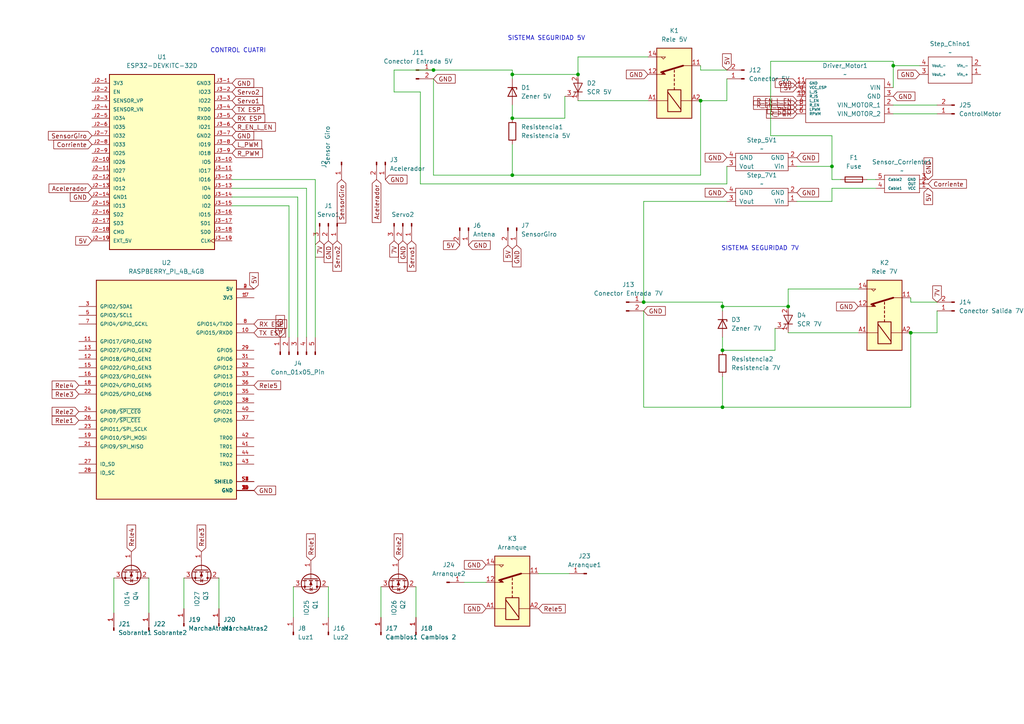
<source format=kicad_sch>
(kicad_sch (version 20231120) (generator "eeschema") (generator_version "8.0")
  (paper "A4")
  (lib_symbols
    (symbol "Connector:Conn_01x01_Pin" (pin_names (offset 1.016) hide)
      (property "Reference" "J" (at 0 2.54 0))
      (property "Value" "Conn_01x01_Pin" (at 0 -2.54 0))
      (symbol "Conn_01x01_Pin_1_1"
        (polyline (pts (xy 1.27 0) (xy 0.8636 0)) (stroke (width 0.1524)))
        (rectangle (start 0.8636 0.127) (end 0 -0.127) (stroke (width 0.1524)) (fill (type outline)))
        (pin passive line (at 5.08 0 180) (length 3.81) (name "Pin_1") (number "1"))
      )
    )
    (symbol "Connector:Conn_01x02_Pin" (pin_names (offset 1.016) hide)
      (property "Reference" "J" (at 0 2.54 0))
      (property "Value" "Conn_01x02_Pin" (at 0 -5.08 0))
      (symbol "Conn_01x02_Pin_1_1"
        (polyline (pts (xy 1.27 -2.54) (xy 0.8636 -2.54)) (stroke (width 0.1524)))
        (polyline (pts (xy 1.27 0) (xy 0.8636 0)) (stroke (width 0.1524)))
        (rectangle (start 0.8636 -2.413) (end 0 -2.667) (stroke (width 0.1524)) (fill (type outline)))
        (rectangle (start 0.8636 0.127) (end 0 -0.127) (stroke (width 0.1524)) (fill (type outline)))
        (pin passive line (at 5.08 0 180) (length 3.81) (name "Pin_1") (number "1"))
        (pin passive line (at 5.08 -2.54 180) (length 3.81) (name "Pin_2") (number "2"))
      )
    )
    (symbol "Connector:Conn_01x03_Pin" (pin_names (offset 1.016) hide)
      (property "Reference" "J" (at 0 5.08 0))
      (property "Value" "Conn_01x03_Pin" (at 0 -5.08 0))
      (symbol "Conn_01x03_Pin_1_1"
        (polyline (pts (xy 1.27 -2.54) (xy 0.8636 -2.54)) (stroke (width 0.1524)))
        (polyline (pts (xy 1.27 0) (xy 0.8636 0)) (stroke (width 0.1524)))
        (polyline (pts (xy 1.27 2.54) (xy 0.8636 2.54)) (stroke (width 0.1524)))
        (rectangle (start 0.8636 -2.413) (end 0 -2.667) (stroke (width 0.1524)) (fill (type outline)))
        (rectangle (start 0.8636 0.127) (end 0 -0.127) (stroke (width 0.1524)) (fill (type outline)))
        (rectangle (start 0.8636 2.667) (end 0 2.413) (stroke (width 0.1524)) (fill (type outline)))
        (pin passive line (at 5.08 2.54 180) (length 3.81) (name "Pin_1") (number "1"))
        (pin passive line (at 5.08 0 180) (length 3.81) (name "Pin_2") (number "2"))
        (pin passive line (at 5.08 -2.54 180) (length 3.81) (name "Pin_3") (number "3"))
      )
    )
    (symbol "Connector:Conn_01x05_Pin" (pin_names (offset 1.016) hide)
      (property "Reference" "J" (at 0 7.62 0))
      (property "Value" "Conn_01x05_Pin" (at 0 -7.62 0))
      (symbol "Conn_01x05_Pin_1_1"
        (polyline (pts (xy 1.27 -5.08) (xy 0.8636 -5.08)) (stroke (width 0.1524)))
        (polyline (pts (xy 1.27 -2.54) (xy 0.8636 -2.54)) (stroke (width 0.1524)))
        (polyline (pts (xy 1.27 0) (xy 0.8636 0)) (stroke (width 0.1524)))
        (polyline (pts (xy 1.27 2.54) (xy 0.8636 2.54)) (stroke (width 0.1524)))
        (polyline (pts (xy 1.27 5.08) (xy 0.8636 5.08)) (stroke (width 0.1524)))
        (rectangle (start 0.8636 -4.953) (end 0 -5.207) (stroke (width 0.1524)) (fill (type outline)))
        (rectangle (start 0.8636 -2.413) (end 0 -2.667) (stroke (width 0.1524)) (fill (type outline)))
        (rectangle (start 0.8636 0.127) (end 0 -0.127) (stroke (width 0.1524)) (fill (type outline)))
        (rectangle (start 0.8636 2.667) (end 0 2.413) (stroke (width 0.1524)) (fill (type outline)))
        (rectangle (start 0.8636 5.207) (end 0 4.953) (stroke (width 0.1524)) (fill (type outline)))
        (pin passive line (at 5.08 5.08 180) (length 3.81) (name "Pin_1") (number "1"))
        (pin passive line (at 5.08 2.54 180) (length 3.81) (name "Pin_2") (number "2"))
        (pin passive line (at 5.08 0 180) (length 3.81) (name "Pin_3") (number "3"))
        (pin passive line (at 5.08 -2.54 180) (length 3.81) (name "Pin_4") (number "4"))
        (pin passive line (at 5.08 -5.08 180) (length 3.81) (name "Pin_5") (number "5"))
      )
    )
    (symbol "Device:D_Zener" (pin_numbers hide) (pin_names (offset 1.016) hide)
      (property "Reference" "D" (at 0 2.54 0))
      (property "Value" "D_Zener" (at 0 -2.54 0))
      (symbol "D_Zener_0_1"
        (polyline (pts (xy 1.27 0) (xy -1.27 0)))
        (polyline (pts (xy -1.27 -1.27) (xy -1.27 1.27) (xy -0.762 1.27)) (stroke (width 0.254)))
        (polyline (pts (xy 1.27 -1.27) (xy 1.27 1.27) (xy -1.27 0) (xy 1.27 -1.27)) (stroke (width 0.254)))
      )
      (symbol "D_Zener_1_1"
        (pin passive line (at -3.81 0 0) (length 2.54) (name "K") (number "1"))
        (pin passive line (at 3.81 0 180) (length 2.54) (name "A") (number "2"))
      )
    )
    (symbol "Device:Fuse" (pin_numbers hide) (pin_names (offset 0))
      (property "Reference" "F" (at 2.032 0 90))
      (property "Value" "Fuse" (at -1.905 0 90))
      (symbol "Fuse_0_1"
        (rectangle (start -0.762 -2.54) (end 0.762 2.54) (stroke (width 0.254)))
        (polyline (pts (xy 0 2.54) (xy 0 -2.54)))
      )
      (symbol "Fuse_1_1"
        (pin passive line (at 0 3.81 270) (length 1.27) (name "~") (number "1"))
        (pin passive line (at 0 -3.81 90) (length 1.27) (name "~") (number "2"))
      )
    )
    (symbol "Device:Q_SCR_KAG" (pin_names (offset 0) hide)
      (property "Reference" "D" (at 1.905 0.635 0))
      (property "Value" "Q_SCR_KAG" (at 1.905 -1.27 0))
      (symbol "Q_SCR_KAG_0_1"
        (polyline (pts (xy -1.27 -2.54) (xy -0.635 -1.27)))
        (polyline (pts (xy -1.27 -1.27) (xy 1.27 -1.27)) (stroke (width 0.2032)))
        (polyline (pts (xy 0 -2.54) (xy 0 2.54)))
        (polyline (pts (xy -1.27 1.27) (xy 1.27 1.27) (xy 0 -1.27) (xy -1.27 1.27)) (stroke (width 0.2032)))
      )
      (symbol "Q_SCR_KAG_1_1"
        (pin passive line (at 0 -3.81 90) (length 2.54) (name "K") (number "1"))
        (pin passive line (at 0 3.81 270) (length 2.54) (name "A") (number "2"))
        (pin input line (at -3.81 -2.54 0) (length 2.54) (name "G") (number "3"))
      )
    )
    (symbol "Device:R" (pin_numbers hide) (pin_names (offset 0))
      (property "Reference" "R" (at 2.032 0 90))
      (property "Value" "R" (at 0 0 90))
      (symbol "R_0_1"
        (rectangle (start -1.016 -2.54) (end 1.016 2.54) (stroke (width 0.254)))
      )
      (symbol "R_1_1"
        (pin passive line (at 0 3.81 270) (length 1.27) (name "~") (number "1"))
        (pin passive line (at 0 -3.81 90) (length 1.27) (name "~") (number "2"))
      )
    )
    (symbol "Driver_Del_Motor:Driver_Motor" (pin_names (offset 1.016))
      (property "Reference" "U" (at 0 0 0))
      (symbol "Driver_Motor_0_1"
        (rectangle (start -11.43 7.62) (end 11.43 -5.08))
      )
      (symbol "Driver_Motor_1_1"
        (pin input line (at -13.97 5.08 0) (length 2.54) (name "VIN_MOTOR_2") (number "1"))
        (pin input line (at 13.97 0 180) (length 2.54) (name "R_IS") (number "10"))
        (pin input line (at 13.97 -3.81 180) (length 2.54) (name "GND") (number "11"))
        (pin input line (at 13.97 -2.54 180) (length 2.54) (name "VCC_ESP") (number "12"))
        (pin input line (at -13.97 2.54 0) (length 2.54) (name "VIN_MOTOR_1") (number "2"))
        (pin input line (at -13.97 0 0) (length 2.54) (name "GND") (number "3"))
        (pin input line (at -13.97 -2.54 0) (length 2.54) (name "VIN") (number "4"))
        (pin input line (at 13.97 3.81 180) (length 2.54) (name "LPWM") (number "5"))
        (pin input line (at 13.97 5.08 180) (length 2.54) (name "RPWM") (number "6"))
        (pin input line (at 13.97 1.27 180) (length 2.54) (name "L_EN") (number "7"))
        (pin input line (at 13.97 2.54 180) (length 2.54) (name "R_EN") (number "8"))
        (pin input line (at 13.97 -1.27 180) (length 2.54) (name "L_IS") (number "9"))
      )
    )
    (symbol "ESP32-DEVKITC-32D:ESP32-DEVKITC-32D" (pin_names (offset 1.016))
      (property "Reference" "U" (at -15.2572 26.0643 0))
      (property "Value" "ESP32-DEVKITC-32D" (at -15.2563 -27.9698 0))
      (symbol "ESP32-DEVKITC-32D_0_0"
        (rectangle (start -15.24 -25.4) (end 15.24 25.4) (stroke (width 0.254)) (fill (type background)))
        (pin power_in line (at -20.32 22.86 0) (length 5.08) (name "3V3") (number "J2-1"))
        (pin bidirectional line (at -20.32 0 0) (length 5.08) (name "IO26") (number "J2-10"))
        (pin bidirectional line (at -20.32 -2.54 0) (length 5.08) (name "IO27") (number "J2-11"))
        (pin bidirectional line (at -20.32 -5.08 0) (length 5.08) (name "IO14") (number "J2-12"))
        (pin bidirectional line (at -20.32 -7.62 0) (length 5.08) (name "IO12") (number "J2-13"))
        (pin power_in line (at -20.32 -10.16 0) (length 5.08) (name "GND1") (number "J2-14"))
        (pin bidirectional line (at -20.32 -12.7 0) (length 5.08) (name "IO13") (number "J2-15"))
        (pin bidirectional line (at -20.32 -15.24 0) (length 5.08) (name "SD2") (number "J2-16"))
        (pin bidirectional line (at -20.32 -17.78 0) (length 5.08) (name "SD3") (number "J2-17"))
        (pin bidirectional line (at -20.32 -20.32 0) (length 5.08) (name "CMD") (number "J2-18"))
        (pin power_in line (at -20.32 -22.86 0) (length 5.08) (name "EXT_5V") (number "J2-19"))
        (pin input line (at -20.32 20.32 0) (length 5.08) (name "EN") (number "J2-2"))
        (pin input line (at -20.32 17.78 0) (length 5.08) (name "SENSOR_VP") (number "J2-3"))
        (pin input line (at -20.32 15.24 0) (length 5.08) (name "SENSOR_VN") (number "J2-4"))
        (pin bidirectional line (at -20.32 12.7 0) (length 5.08) (name "IO34") (number "J2-5"))
        (pin bidirectional line (at -20.32 10.16 0) (length 5.08) (name "IO35") (number "J2-6"))
        (pin bidirectional line (at -20.32 7.62 0) (length 5.08) (name "IO32") (number "J2-7"))
        (pin bidirectional line (at -20.32 5.08 0) (length 5.08) (name "IO33") (number "J2-8"))
        (pin bidirectional line (at -20.32 2.54 0) (length 5.08) (name "IO25") (number "J2-9"))
        (pin power_in line (at 20.32 22.86 180) (length 5.08) (name "GND3") (number "J3-1"))
        (pin bidirectional line (at 20.32 0 180) (length 5.08) (name "IO5") (number "J3-10"))
        (pin bidirectional line (at 20.32 -2.54 180) (length 5.08) (name "IO17") (number "J3-11"))
        (pin bidirectional line (at 20.32 -5.08 180) (length 5.08) (name "IO16") (number "J3-12"))
        (pin bidirectional line (at 20.32 -7.62 180) (length 5.08) (name "IO4") (number "J3-13"))
        (pin bidirectional line (at 20.32 -10.16 180) (length 5.08) (name "IO0") (number "J3-14"))
        (pin bidirectional line (at 20.32 -12.7 180) (length 5.08) (name "IO2") (number "J3-15"))
        (pin bidirectional line (at 20.32 -15.24 180) (length 5.08) (name "IO15") (number "J3-16"))
        (pin bidirectional line (at 20.32 -17.78 180) (length 5.08) (name "SD1") (number "J3-17"))
        (pin bidirectional line (at 20.32 -20.32 180) (length 5.08) (name "SD0") (number "J3-18"))
        (pin input clock (at 20.32 -22.86 180) (length 5.08) (name "CLK") (number "J3-19"))
        (pin bidirectional line (at 20.32 20.32 180) (length 5.08) (name "IO23") (number "J3-2"))
        (pin bidirectional line (at 20.32 17.78 180) (length 5.08) (name "IO22") (number "J3-3"))
        (pin output line (at 20.32 15.24 180) (length 5.08) (name "TXD0") (number "J3-4"))
        (pin input line (at 20.32 12.7 180) (length 5.08) (name "RXD0") (number "J3-5"))
        (pin bidirectional line (at 20.32 10.16 180) (length 5.08) (name "IO21") (number "J3-6"))
        (pin power_in line (at 20.32 7.62 180) (length 5.08) (name "GND2") (number "J3-7"))
        (pin bidirectional line (at 20.32 5.08 180) (length 5.08) (name "IO19") (number "J3-8"))
        (pin bidirectional line (at 20.32 2.54 180) (length 5.08) (name "IO18") (number "J3-9"))
      )
    )
    (symbol "RASPBERRY_PI_4B_4GB:RASPBERRY_PI_4B_4GB" (pin_names (offset 1.016))
      (property "Reference" "U" (at -20.32 33.528 0))
      (property "Value" "RASPBERRY_PI_4B_4GB" (at -20.32 -33.02 0))
      (symbol "RASPBERRY_PI_4B_4GB_0_0"
        (rectangle (start -20.32 -30.48) (end 20.32 33.02) (stroke (width 0.254)) (fill (type background)))
        (pin power_in line (at 25.4 27.94 180) (length 5.08) (name "3V3") (number "1"))
        (pin bidirectional line (at 25.4 17.78 180) (length 5.08) (name "GPIO15/RXD0") (number "10"))
        (pin bidirectional line (at -25.4 15.24 0) (length 5.08) (name "GPIO17/GPIO_GEN0") (number "11"))
        (pin bidirectional line (at -25.4 10.16 0) (length 5.08) (name "GPIO18/GPIO_GEN1") (number "12"))
        (pin bidirectional line (at -25.4 12.7 0) (length 5.08) (name "GPIO27/GPIO_GEN2") (number "13"))
        (pin power_in line (at 25.4 -27.94 180) (length 5.08) (name "GND") (number "14"))
        (pin bidirectional line (at -25.4 7.62 0) (length 5.08) (name "GPIO22/GPIO_GEN3") (number "15"))
        (pin bidirectional line (at -25.4 5.08 0) (length 5.08) (name "GPIO23/GPIO_GEN4") (number "16"))
        (pin power_in line (at 25.4 27.94 180) (length 5.08) (name "3V3") (number "17"))
        (pin bidirectional line (at -25.4 2.54 0) (length 5.08) (name "GPIO24/GPIO_GEN5") (number "18"))
        (pin bidirectional line (at -25.4 -12.7 0) (length 5.08) (name "GPIO10/SPI_MOSI") (number "19"))
        (pin power_in line (at 25.4 30.48 180) (length 5.08) (name "5V") (number "2"))
        (pin power_in line (at 25.4 -27.94 180) (length 5.08) (name "GND") (number "20"))
        (pin bidirectional line (at -25.4 -15.24 0) (length 5.08) (name "GPIO9/SPI_MISO") (number "21"))
        (pin bidirectional line (at -25.4 0 0) (length 5.08) (name "GPIO25/GPIO_GEN6") (number "22"))
        (pin bidirectional line (at -25.4 -10.16 0) (length 5.08) (name "GPIO11/SPI_SCLK") (number "23"))
        (pin bidirectional line (at -25.4 -5.08 0) (length 5.08) (name "GPIO8/~{SPI_CE0}") (number "24"))
        (pin power_in line (at 25.4 -27.94 180) (length 5.08) (name "GND") (number "25"))
        (pin bidirectional line (at -25.4 -7.62 0) (length 5.08) (name "GPIO7/~{SPI_CE1}") (number "26"))
        (pin bidirectional line (at -25.4 -20.32 0) (length 5.08) (name "ID_SD") (number "27"))
        (pin bidirectional line (at -25.4 -22.86 0) (length 5.08) (name "ID_SC") (number "28"))
        (pin bidirectional line (at 25.4 12.7 180) (length 5.08) (name "GPIO5") (number "29"))
        (pin bidirectional line (at -25.4 25.4 0) (length 5.08) (name "GPIO2/SDA1") (number "3"))
        (pin power_in line (at 25.4 -27.94 180) (length 5.08) (name "GND") (number "30"))
        (pin bidirectional line (at 25.4 10.16 180) (length 5.08) (name "GPIO6") (number "31"))
        (pin bidirectional line (at 25.4 7.62 180) (length 5.08) (name "GPIO12") (number "32"))
        (pin bidirectional line (at 25.4 5.08 180) (length 5.08) (name "GPIO13") (number "33"))
        (pin power_in line (at 25.4 -27.94 180) (length 5.08) (name "GND") (number "34"))
        (pin bidirectional line (at 25.4 0 180) (length 5.08) (name "GPIO19") (number "35"))
        (pin bidirectional line (at 25.4 2.54 180) (length 5.08) (name "GPIO16") (number "36"))
        (pin bidirectional line (at 25.4 -7.62 180) (length 5.08) (name "GPIO26") (number "37"))
        (pin bidirectional line (at 25.4 -2.54 180) (length 5.08) (name "GPIO20") (number "38"))
        (pin power_in line (at 25.4 -27.94 180) (length 5.08) (name "GND") (number "39"))
        (pin power_in line (at 25.4 30.48 180) (length 5.08) (name "5V") (number "4"))
        (pin bidirectional line (at 25.4 -5.08 180) (length 5.08) (name "GPIO21") (number "40"))
        (pin bidirectional line (at 25.4 -15.24 180) (length 5.08) (name "TR01") (number "41"))
        (pin bidirectional line (at 25.4 -12.7 180) (length 5.08) (name "TR00") (number "42"))
        (pin bidirectional line (at 25.4 -20.32 180) (length 5.08) (name "TR03") (number "43"))
        (pin bidirectional line (at 25.4 -17.78 180) (length 5.08) (name "TR02") (number "44"))
        (pin bidirectional line (at -25.4 22.86 0) (length 5.08) (name "GPIO3/SCL1") (number "5"))
        (pin power_in line (at 25.4 -27.94 180) (length 5.08) (name "GND") (number "6"))
        (pin bidirectional line (at -25.4 20.32 0) (length 5.08) (name "GPIO4/GPIO_GCKL") (number "7"))
        (pin bidirectional line (at 25.4 20.32 180) (length 5.08) (name "GPIO14/TXD0") (number "8"))
        (pin power_in line (at 25.4 -27.94 180) (length 5.08) (name "GND") (number "9"))
        (pin power_in line (at 25.4 -25.4 180) (length 5.08) (name "SHIELD") (number "S1"))
        (pin power_in line (at 25.4 -25.4 180) (length 5.08) (name "SHIELD") (number "S2"))
        (pin power_in line (at 25.4 -25.4 180) (length 5.08) (name "SHIELD") (number "S3"))
        (pin power_in line (at 25.4 -25.4 180) (length 5.08) (name "SHIELD") (number "S4"))
      )
    )
    (symbol "Relay:Relay_SPDT"
      (property "Reference" "K" (at 11.43 3.81 0))
      (property "Value" "Relay_SPDT" (at 11.43 1.27 0))
      (symbol "Relay_SPDT_0_0"
        (polyline (pts (xy 7.62 5.08) (xy 7.62 2.54) (xy 6.985 3.175) (xy 7.62 3.81)))
      )
      (symbol "Relay_SPDT_0_1"
        (rectangle (start -10.16 5.08) (end 10.16 -5.08) (stroke (width 0.254)) (fill (type background)))
        (rectangle (start -8.255 1.905) (end -1.905 -1.905) (stroke (width 0.254)))
        (polyline (pts (xy -7.62 -1.905) (xy -2.54 1.905)) (stroke (width 0.254)))
        (polyline (pts (xy -5.08 -5.08) (xy -5.08 -1.905)))
        (polyline (pts (xy -5.08 5.08) (xy -5.08 1.905)))
        (polyline (pts (xy -1.905 0) (xy -1.27 0)) (stroke (width 0.254)))
        (polyline (pts (xy -0.635 0) (xy 0 0)) (stroke (width 0.254)))
        (polyline (pts (xy 0.635 0) (xy 1.27 0)) (stroke (width 0.254)))
        (polyline (pts (xy 1.905 0) (xy 2.54 0)) (stroke (width 0.254)))
        (polyline (pts (xy 3.175 0) (xy 3.81 0)) (stroke (width 0.254)))
        (polyline (pts (xy 5.08 -2.54) (xy 3.175 3.81)) (stroke (width 0.508)))
        (polyline (pts (xy 5.08 -2.54) (xy 5.08 -5.08)))
        (polyline (pts (xy 2.54 5.08) (xy 2.54 2.54) (xy 3.175 3.175) (xy 2.54 3.81)) (fill (type outline)))
      )
      (symbol "Relay_SPDT_1_1"
        (pin passive line (at 5.08 -7.62 90) (length 2.54) (name "~") (number "11"))
        (pin passive line (at 2.54 7.62 270) (length 2.54) (name "~") (number "12"))
        (pin passive line (at 7.62 7.62 270) (length 2.54) (name "~") (number "14"))
        (pin passive line (at -5.08 7.62 270) (length 2.54) (name "~") (number "A1"))
        (pin passive line (at -5.08 -7.62 90) (length 2.54) (name "~") (number "A2"))
      )
    )
    (symbol "Sensor_Corriente:Sensor_De_Corriente" (pin_names (offset 1.016))
      (property "Reference" "U" (at 0 0 0))
      (symbol "Sensor_De_Corriente_0_1"
        (rectangle (start -5.08 -2.54) (end 5.08 -2.54))
        (rectangle (start -5.08 1.27) (end -5.08 -2.54))
        (rectangle (start -5.08 1.27) (end -5.08 2.54))
        (rectangle (start -5.08 2.54) (end 5.08 2.54))
        (rectangle (start 5.08 2.54) (end 5.08 -2.54))
      )
      (symbol "Sensor_De_Corriente_1_1"
        (pin input line (at -7.62 1.27 0) (length 2.54) (name "VCC") (number "1"))
        (pin input line (at -7.62 0 0) (length 2.54) (name "OUT") (number "2"))
        (pin input line (at -7.62 -1.27 0) (length 2.54) (name "GND") (number "3"))
        (pin input line (at 7.62 1.27 180) (length 2.54) (name "Cable1") (number "4"))
        (pin input line (at 7.62 -1.27 180) (length 2.54) (name "Cable2") (number "5"))
      )
    )
    (symbol "Simbolo_step_5V_6.5V:XL4060" (pin_names (offset 1.016))
      (property "Reference" "U" (at 0 0 0))
      (symbol "XL4060_0_1"
        (rectangle (start -7.62 -3.81) (end 7.62 -3.81))
        (rectangle (start -7.62 -2.54) (end -7.62 -3.81))
        (rectangle (start -7.62 -2.54) (end -7.62 0))
        (rectangle (start -7.62 1.27) (end -7.62 0))
        (rectangle (start -7.62 1.27) (end 7.62 1.27))
        (rectangle (start 7.62 -2.54) (end 7.62 -3.81))
        (rectangle (start 7.62 -2.54) (end 7.62 0))
        (rectangle (start 7.62 0) (end 7.62 1.27))
      )
      (symbol "XL4060_1_1"
        (pin input line (at -10.16 0 0) (length 2.54) (name "Vin") (number "1"))
        (pin input line (at -10.16 -2.54 0) (length 2.54) (name "GND") (number "2"))
        (pin output line (at 10.16 0 180) (length 2.54) (name "Vout") (number "3"))
        (pin output line (at 10.16 -2.54 180) (length 2.54) (name "GND") (number "4"))
      )
    )
    (symbol "Step_Chino:Step_Down_Chino" (pin_names (offset 1.016))
      (property "Reference" "U" (at 0 0 0))
      (symbol "Step_Down_Chino_0_1"
        (rectangle (start -6.35 -3.81) (end 6.35 -3.81))
        (rectangle (start -6.35 -1.27) (end -6.35 -3.81))
        (rectangle (start -6.35 -1.27) (end -6.35 1.27))
        (rectangle (start -6.35 1.27) (end -6.35 3.81))
        (rectangle (start 6.35 -3.81) (end 6.35 -1.27))
        (rectangle (start 6.35 -1.27) (end 6.35 1.27))
        (rectangle (start 6.35 1.27) (end 6.35 3.81))
        (rectangle (start 6.35 3.81) (end -6.35 3.81))
      )
      (symbol "Step_Down_Chino_1_1"
        (pin input line (at -8.89 1.27 0) (length 2.54) (name "Vin_+") (number "1"))
        (pin input line (at -8.89 -1.27 0) (length 2.54) (name "Vin_-") (number "2"))
        (pin output line (at 8.89 1.27 180) (length 2.54) (name "Vout_+") (number "3"))
        (pin output line (at 8.89 -1.27 180) (length 2.54) (name "Vout_-") (number "4"))
      )
    )
    (symbol "Transistor_FET:IRLZ44N" (pin_names hide)
      (property "Reference" "Q" (at 5.08 1.905 0))
      (property "Value" "IRLZ44N" (at 5.08 0 0))
      (symbol "IRLZ44N_0_1"
        (polyline (pts (xy 0.254 0) (xy -2.54 0)))
        (polyline (pts (xy 0.254 1.905) (xy 0.254 -1.905)) (stroke (width 0.254)))
        (polyline (pts (xy 0.762 -1.27) (xy 0.762 -2.286)) (stroke (width 0.254)))
        (polyline (pts (xy 0.762 0.508) (xy 0.762 -0.508)) (stroke (width 0.254)))
        (polyline (pts (xy 0.762 2.286) (xy 0.762 1.27)) (stroke (width 0.254)))
        (polyline (pts (xy 2.54 2.54) (xy 2.54 1.778)))
        (polyline (pts (xy 2.54 -2.54) (xy 2.54 0) (xy 0.762 0)))
        (polyline (pts (xy 0.762 -1.778) (xy 3.302 -1.778) (xy 3.302 1.778) (xy 0.762 1.778)))
        (polyline (pts (xy 1.016 0) (xy 2.032 0.381) (xy 2.032 -0.381) (xy 1.016 0)) (fill (type outline)))
        (polyline (pts (xy 2.794 0.508) (xy 2.921 0.381) (xy 3.683 0.381) (xy 3.81 0.254)))
        (polyline (pts (xy 3.302 0.381) (xy 2.921 -0.254) (xy 3.683 -0.254) (xy 3.302 0.381)))
        (circle (center 1.651 0) (radius 2.794) (stroke (width 0.254)))
        (circle (center 2.54 -1.778) (radius 0.254) (fill (type outline)))
        (circle (center 2.54 1.778) (radius 0.254) (fill (type outline)))
      )
      (symbol "IRLZ44N_1_1"
        (pin input line (at -5.08 0 0) (length 2.54) (name "G") (number "1"))
        (pin passive line (at 2.54 5.08 270) (length 2.54) (name "D") (number "2"))
        (pin passive line (at 2.54 -5.08 90) (length 2.54) (name "S") (number "3"))
      )
    )
  )
  (junction (at 203.2 29.21))
  (junction (at 148.59 34.29))
  (junction (at 264.16 96.52))
  (junction (at 228.6 88.9))
  (junction (at 148.59 21.59))
  (junction (at 186.69 87.63))
  (junction (at 259.08 19.05))
  (junction (at 209.55 101.6))
  (junction (at 167.64 21.59))
  (junction (at 209.55 118.11))
  (junction (at 125.73 20.32))
  (junction (at 241.3 48.26))
  (junction (at 148.59 50.8))
  (junction (at 209.55 88.9))
  (wire (pts (xy 86.36 57.15) (xy 67.31 57.15)))
  (wire (pts (xy 228.6 96.52) (xy 248.92 96.52)))
  (wire (pts (xy 83.82 97.79) (xy 83.82 59.69)))
  (wire (pts (xy 251.46 52.07) (xy 254 52.07)))
  (wire (pts (xy 264.16 96.52) (xy 271.78 96.52)))
  (wire (pts (xy 148.59 21.59) (xy 148.59 22.86)))
  (wire (pts (xy 91.44 52.07) (xy 67.31 52.07)))
  (wire (pts (xy 43.18 167.64) (xy 43.18 177.8)))
  (wire (pts (xy 223.52 17.78) (xy 259.08 17.78)))
  (wire (pts (xy 264.16 87.63) (xy 264.16 86.36)))
  (wire (pts (xy 114.3 26.67) (xy 114.3 20.32)))
  (wire (pts (xy 209.55 87.63) (xy 209.55 88.9)))
  (wire (pts (xy 95.25 170.18) (xy 95.25 179.07)))
  (wire (pts (xy 91.44 97.79) (xy 91.44 52.07)))
  (wire (pts (xy 241.3 52.07) (xy 241.3 48.26)))
  (wire (pts (xy 186.69 58.42) (xy 186.69 87.63)))
  (wire (pts (xy 63.5 167.64) (xy 63.5 176.53)))
  (wire (pts (xy 33.02 167.64) (xy 33.02 177.8)))
  (wire (pts (xy 203.2 29.21) (xy 203.2 50.8)))
  (wire (pts (xy 210.82 22.86) (xy 210.82 29.21)))
  (wire (pts (xy 209.55 101.6) (xy 224.79 101.6)))
  (wire (pts (xy 259.08 33.02) (xy 271.78 33.02)))
  (wire (pts (xy 156.21 166.37) (xy 165.1 166.37)))
  (wire (pts (xy 209.55 118.11) (xy 186.69 118.11)))
  (wire (pts (xy 134.62 168.91) (xy 140.97 168.91)))
  (wire (pts (xy 231.14 48.26) (xy 241.3 48.26)))
  (wire (pts (xy 241.3 58.42) (xy 241.3 54.61)))
  (wire (pts (xy 266.7 19.05) (xy 259.08 19.05)))
  (wire (pts (xy 259.08 17.78) (xy 259.08 19.05)))
  (wire (pts (xy 121.92 26.67) (xy 114.3 26.67)))
  (wire (pts (xy 186.69 118.11) (xy 186.69 90.17)))
  (wire (pts (xy 203.2 29.21) (xy 210.82 29.21)))
  (wire (pts (xy 186.69 87.63) (xy 209.55 87.63)))
  (wire (pts (xy 271.78 90.17) (xy 271.78 96.52)))
  (wire (pts (xy 148.59 50.8) (xy 125.73 50.8)))
  (wire (pts (xy 83.82 59.69) (xy 67.31 59.69)))
  (wire (pts (xy 125.73 20.32) (xy 148.59 20.32)))
  (wire (pts (xy 167.64 16.51) (xy 167.64 21.59)))
  (wire (pts (xy 114.3 20.32) (xy 125.73 20.32)))
  (wire (pts (xy 228.6 88.9) (xy 209.55 88.9)))
  (wire (pts (xy 264.16 96.52) (xy 264.16 118.11)))
  (wire (pts (xy 203.2 20.32) (xy 203.2 19.05)))
  (wire (pts (xy 148.59 50.8) (xy 203.2 50.8)))
  (wire (pts (xy 241.3 39.37) (xy 223.52 39.37)))
  (wire (pts (xy 110.49 170.18) (xy 110.49 179.07)))
  (wire (pts (xy 241.3 52.07) (xy 243.84 52.07)))
  (wire (pts (xy 148.59 34.29) (xy 163.83 34.29)))
  (wire (pts (xy 259.08 30.48) (xy 271.78 30.48)))
  (wire (pts (xy 167.64 21.59) (xy 148.59 21.59)))
  (wire (pts (xy 148.59 30.48) (xy 148.59 34.29)))
  (wire (pts (xy 125.73 50.8) (xy 125.73 22.86)))
  (wire (pts (xy 53.34 167.64) (xy 53.34 176.53)))
  (wire (pts (xy 224.79 101.6) (xy 224.79 95.25)))
  (wire (pts (xy 88.9 54.61) (xy 67.31 54.61)))
  (wire (pts (xy 259.08 19.05) (xy 259.08 25.4)))
  (wire (pts (xy 163.83 34.29) (xy 163.83 27.94)))
  (wire (pts (xy 241.3 54.61) (xy 254 54.61)))
  (wire (pts (xy 228.6 83.82) (xy 228.6 88.9)))
  (wire (pts (xy 209.55 97.79) (xy 209.55 101.6)))
  (wire (pts (xy 167.64 29.21) (xy 187.96 29.21)))
  (wire (pts (xy 210.82 53.34) (xy 121.92 53.34)))
  (wire (pts (xy 209.55 88.9) (xy 209.55 90.17)))
  (wire (pts (xy 148.59 41.91) (xy 148.59 50.8)))
  (wire (pts (xy 86.36 97.79) (xy 86.36 57.15)))
  (wire (pts (xy 88.9 97.79) (xy 88.9 54.61)))
  (wire (pts (xy 210.82 58.42) (xy 186.69 58.42)))
  (wire (pts (xy 121.92 53.34) (xy 121.92 26.67)))
  (wire (pts (xy 210.82 48.26) (xy 210.82 53.34)))
  (wire (pts (xy 120.65 170.18) (xy 120.65 179.07)))
  (wire (pts (xy 209.55 109.22) (xy 209.55 118.11)))
  (wire (pts (xy 187.96 16.51) (xy 167.64 16.51)))
  (wire (pts (xy 148.59 20.32) (xy 148.59 21.59)))
  (wire (pts (xy 264.16 87.63) (xy 271.78 87.63)))
  (wire (pts (xy 248.92 83.82) (xy 228.6 83.82)))
  (wire (pts (xy 85.09 170.18) (xy 85.09 179.07)))
  (wire (pts (xy 231.14 58.42) (xy 241.3 58.42)))
  (wire (pts (xy 223.52 39.37) (xy 223.52 17.78)))
  (wire (pts (xy 209.55 118.11) (xy 264.16 118.11)))
  (wire (pts (xy 241.3 48.26) (xy 241.3 39.37)))
  (wire (pts (xy 210.82 20.32) (xy 203.2 20.32)))
  (text "SISTEMA SEGURIDAD 5V\n" (at 158.496 11.176 0) (effects (font (size 1.27 1.27))))
  (text "CONTROL CUATRI\n" (at 69.088 14.732 0) (effects (font (size 1.27 1.27))))
  (text "SISTEMA SEGURIDAD 7V\n" (at 220.472 72.136 0) (effects (font (size 1.27 1.27))))
  (global_label "TX ESP" (shape input) (at 73.66 96.52 0) (property "Intersheetrefs" "${INTERSHEET_REFS}" (effects (hide yes))))
  (global_label "RX ESP" (shape input) (at 73.66 93.98 0) (property "Intersheetrefs" "${INTERSHEET_REFS}" (effects (hide yes))))
  (global_label "Corriente" (shape input) (at 26.67 41.91 180) (property "Intersheetrefs" "${INTERSHEET_REFS}" (effects (hide yes))))
  (global_label "SensorGiro" (shape input) (at 99.06 52.07 270) (property "Intersheetrefs" "${INTERSHEET_REFS}" (effects (hide yes))))
  (global_label "TX ESP" (shape input) (at 67.31 31.75 0) (property "Intersheetrefs" "${INTERSHEET_REFS}" (effects (hide yes))))
  (global_label "5V" (shape input) (at 269.24 54.61 270) (property "Intersheetrefs" "${INTERSHEET_REFS}" (effects (hide yes))))
  (global_label "GND" (shape input) (at 95.25 69.85 270) (property "Intersheetrefs" "${INTERSHEET_REFS}" (effects (hide yes))))
  (global_label "GND" (shape input) (at 248.92 88.9 180) (property "Intersheetrefs" "${INTERSHEET_REFS}" (effects (hide yes))))
  (global_label "GND" (shape input) (at 81.28 97.79 90) (property "Intersheetrefs" "${INTERSHEET_REFS}" (effects (hide yes))))
  (global_label "5V" (shape input) (at 133.35 71.12 180) (property "Intersheetrefs" "${INTERSHEET_REFS}" (effects (hide yes))))
  (global_label "R_EN_L_EN" (shape input) (at 231.14 29.21 180) (property "Intersheetrefs" "${INTERSHEET_REFS}" (effects (hide yes))))
  (global_label "GND" (shape input) (at 116.84 69.85 270) (property "Intersheetrefs" "${INTERSHEET_REFS}" (effects (hide yes))))
  (global_label "5V" (shape input) (at 147.32 71.12 270) (property "Intersheetrefs" "${INTERSHEET_REFS}" (effects (hide yes))))
  (global_label "GND" (shape input) (at 187.96 21.59 180) (property "Intersheetrefs" "${INTERSHEET_REFS}" (effects (hide yes))))
  (global_label "GND" (shape input) (at 231.14 45.72 0) (property "Intersheetrefs" "${INTERSHEET_REFS}" (effects (hide yes))))
  (global_label "Rele5" (shape input) (at 156.21 176.53 0) (property "Intersheetrefs" "${INTERSHEET_REFS}" (effects (hide yes))))
  (global_label "Servo1" (shape input) (at 119.38 69.85 270) (property "Intersheetrefs" "${INTERSHEET_REFS}" (effects (hide yes))))
  (global_label "GND" (shape input) (at 135.89 71.12 0) (property "Intersheetrefs" "${INTERSHEET_REFS}" (effects (hide yes))))
  (global_label "Rele2" (shape input) (at 115.57 162.56 90) (property "Intersheetrefs" "${INTERSHEET_REFS}" (effects (hide yes))))
  (global_label "GND" (shape input) (at 231.14 24.13 180) (property "Intersheetrefs" "${INTERSHEET_REFS}" (effects (hide yes))))
  (global_label "GND" (shape input) (at 125.73 22.86 0) (property "Intersheetrefs" "${INTERSHEET_REFS}" (effects (hide yes))))
  (global_label "GND" (shape input) (at 140.97 163.83 180) (property "Intersheetrefs" "${INTERSHEET_REFS}" (effects (hide yes))))
  (global_label "GND" (shape input) (at 231.14 55.88 0) (property "Intersheetrefs" "${INTERSHEET_REFS}" (effects (hide yes))))
  (global_label "GND" (shape input) (at 67.31 24.13 0) (property "Intersheetrefs" "${INTERSHEET_REFS}" (effects (hide yes))))
  (global_label "Rele1" (shape input) (at 90.17 162.56 90) (property "Intersheetrefs" "${INTERSHEET_REFS}" (effects (hide yes))))
  (global_label "GND" (shape input) (at 210.82 45.72 180) (property "Intersheetrefs" "${INTERSHEET_REFS}" (effects (hide yes))))
  (global_label "7V" (shape input) (at 114.3 69.85 270) (property "Intersheetrefs" "${INTERSHEET_REFS}" (effects (hide yes))))
  (global_label "Rele4" (shape input) (at 38.1 160.02 90) (property "Intersheetrefs" "${INTERSHEET_REFS}" (effects (hide yes))))
  (global_label "Servo2" (shape input) (at 67.31 26.67 0) (property "Intersheetrefs" "${INTERSHEET_REFS}" (effects (hide yes))))
  (global_label "5V" (shape input) (at 26.67 69.85 180) (property "Intersheetrefs" "${INTERSHEET_REFS}" (effects (hide yes))))
  (global_label "RX ESP" (shape input) (at 67.31 34.29 0) (property "Intersheetrefs" "${INTERSHEET_REFS}" (effects (hide yes))))
  (global_label "Servo2" (shape input) (at 97.79 69.85 270) (property "Intersheetrefs" "${INTERSHEET_REFS}" (effects (hide yes))))
  (global_label "L_PWM" (shape input) (at 67.31 41.91 0) (property "Intersheetrefs" "${INTERSHEET_REFS}" (effects (hide yes))))
  (global_label "GND" (shape input) (at 266.7 21.59 180) (property "Intersheetrefs" "${INTERSHEET_REFS}" (effects (hide yes))))
  (global_label "GND" (shape input) (at 67.31 39.37 0) (property "Intersheetrefs" "${INTERSHEET_REFS}" (effects (hide yes))))
  (global_label "Rele2" (shape input) (at 22.86 119.38 180) (property "Intersheetrefs" "${INTERSHEET_REFS}" (effects (hide yes))))
  (global_label "GND" (shape input) (at 186.69 90.17 0) (property "Intersheetrefs" "${INTERSHEET_REFS}" (effects (hide yes))))
  (global_label "R_EN_L_EN" (shape input) (at 67.31 36.83 0) (property "Intersheetrefs" "${INTERSHEET_REFS}" (effects (hide yes))))
  (global_label "GND" (shape input) (at 73.66 142.24 0) (property "Intersheetrefs" "${INTERSHEET_REFS}" (effects (hide yes))))
  (global_label "Rele3" (shape input) (at 22.86 114.3 180) (property "Intersheetrefs" "${INTERSHEET_REFS}" (effects (hide yes))))
  (global_label "Rele4" (shape input) (at 22.86 111.76 180) (property "Intersheetrefs" "${INTERSHEET_REFS}" (effects (hide yes))))
  (global_label "5V" (shape input) (at 73.66 83.82 90) (property "Intersheetrefs" "${INTERSHEET_REFS}" (effects (hide yes))))
  (global_label "R_PWM" (shape input) (at 231.14 33.02 180) (property "Intersheetrefs" "${INTERSHEET_REFS}" (effects (hide yes))))
  (global_label "SensorGiro" (shape input) (at 26.67 39.37 180) (property "Intersheetrefs" "${INTERSHEET_REFS}" (effects (hide yes))))
  (global_label "GND" (shape input) (at 259.08 27.94 0) (property "Intersheetrefs" "${INTERSHEET_REFS}" (effects (hide yes))))
  (global_label "Rele1" (shape input) (at 22.86 121.92 180) (property "Intersheetrefs" "${INTERSHEET_REFS}" (effects (hide yes))))
  (global_label "Servo1" (shape input) (at 67.31 29.21 0) (property "Intersheetrefs" "${INTERSHEET_REFS}" (effects (hide yes))))
  (global_label "7V" (shape input) (at 271.78 87.63 90) (property "Intersheetrefs" "${INTERSHEET_REFS}" (effects (hide yes))))
  (global_label "5V" (shape input) (at 231.14 25.4 180) (property "Intersheetrefs" "${INTERSHEET_REFS}" (effects (hide yes))))
  (global_label "L_PWM" (shape input) (at 231.14 31.75 180) (property "Intersheetrefs" "${INTERSHEET_REFS}" (effects (hide yes))))
  (global_label "GND" (shape input) (at 149.86 71.12 270) (property "Intersheetrefs" "${INTERSHEET_REFS}" (effects (hide yes))))
  (global_label "GND" (shape input) (at 210.82 55.88 180) (property "Intersheetrefs" "${INTERSHEET_REFS}" (effects (hide yes))))
  (global_label "R_PWM" (shape input) (at 67.31 44.45 0) (property "Intersheetrefs" "${INTERSHEET_REFS}" (effects (hide yes))))
  (global_label "R_EN_L_EN" (shape input) (at 231.14 30.48 180) (property "Intersheetrefs" "${INTERSHEET_REFS}" (effects (hide yes))))
  (global_label "5V" (shape input) (at 210.82 20.32 90) (property "Intersheetrefs" "${INTERSHEET_REFS}" (effects (hide yes))))
  (global_label "7V" (shape input) (at 92.71 69.85 270) (property "Intersheetrefs" "${INTERSHEET_REFS}" (effects (hide yes))))
  (global_label "Corriente" (shape input) (at 269.24 53.34 0) (property "Intersheetrefs" "${INTERSHEET_REFS}" (effects (hide yes))))
  (global_label "GND" (shape input) (at 26.67 57.15 180) (property "Intersheetrefs" "${INTERSHEET_REFS}" (effects (hide yes))))
  (global_label "GND" (shape input) (at 269.24 52.07 90) (property "Intersheetrefs" "${INTERSHEET_REFS}" (effects (hide yes))))
  (global_label "Rele3" (shape input) (at 58.42 160.02 90) (property "Intersheetrefs" "${INTERSHEET_REFS}" (effects (hide yes))))
  (global_label "Acelerador" (shape input) (at 109.22 52.07 270) (property "Intersheetrefs" "${INTERSHEET_REFS}" (effects (hide yes))))
  (global_label "GND" (shape input) (at 111.76 52.07 0) (property "Intersheetrefs" "${INTERSHEET_REFS}" (effects (hide yes))))
  (global_label "Rele5" (shape input) (at 73.66 111.76 0) (property "Intersheetrefs" "${INTERSHEET_REFS}" (effects (hide yes))))
  (global_label "Acelerador" (shape input) (at 26.67 54.61 180) (property "Intersheetrefs" "${INTERSHEET_REFS}" (effects (hide yes))))
  (global_label "GND" (shape input) (at 140.97 176.53 180) (property "Intersheetrefs" "${INTERSHEET_REFS}" (effects (hide yes))))
  (symbol (lib_id "Connector:Conn_01x02_Pin") (at 276.86 33.02 180) (unit 1)
    (property "Reference" "J25" (at 278.13 30.4799 0) (effects (justify right)))
    (property "Value" "ControlMotor" (at 278.13 33.0199 0) (effects (justify right)))
    (property "Footprint" "Connector_PinHeader_2.54mm:PinHeader_1x02_P2.54mm_Vertical" (effects (hide yes)))
    (property "Description" "Generic connector, single row, 01x02, script generated" (effects (hide yes)))
  )
  (symbol (lib_id "Connector:Conn_01x02_Pin") (at 215.9 22.86 180) (unit 1)
    (property "Reference" "J12" (at 217.17 20.3199 0) (effects (justify right)))
    (property "Value" "Conector 5V" (at 217.17 22.8599 0) (effects (justify right)))
    (property "Footprint" "Connector_PinHeader_2.54mm:PinHeader_1x02_P2.54mm_Vertical" (effects (hide yes)))
    (property "Description" "Generic connector, single row, 01x02, script generated" (effects (hide yes)))
  )
  (symbol (lib_id "Connector:Conn_01x01_Pin") (at 53.34 181.61 90) (unit 1)
    (property "Reference" "J19" (at 54.61 179.7049 90) (effects (justify right)))
    (property "Value" "MarchaAtras1" (at 54.61 182.2449 90) (effects (justify right)))
    (property "Footprint" "Connector_PinHeader_2.54mm:PinHeader_1x01_P2.54mm_Vertical" (effects (hide yes)))
    (property "Description" "Generic connector, single row, 01x01, script generated" (effects (hide yes)))
  )
  (symbol (lib_id "Connector:Conn_01x01_Pin") (at 33.02 182.88 90) (unit 1)
    (property "Reference" "J21" (at 34.29 180.9749 90) (effects (justify right)))
    (property "Value" "Sobrante1" (at 34.29 183.5149 90) (effects (justify right)))
    (property "Footprint" "Connector_PinHeader_2.54mm:PinHeader_1x01_P2.54mm_Vertical" (effects (hide yes)))
    (property "Description" "Generic connector, single row, 01x01, script generated" (effects (hide yes)))
  )
  (symbol (lib_id "Step_Chino:Step_Down_Chino") (at 275.59 20.32 180) (unit 1)
    (property "Reference" "Step_Chino1" (at 275.59 12.7 0))
    (property "Value" "~" (at 275.59 15.24 0))
    (property "Footprint" "Step_Down_Chino:Step_Down_Chinp" (effects (hide yes)))
  )
  (symbol (lib_id "Connector:Conn_01x01_Pin") (at 63.5 181.61 90) (unit 1)
    (property "Reference" "J20" (at 64.77 179.7049 90) (effects (justify right)))
    (property "Value" "MarchaAtras2" (at 64.77 182.2449 90) (effects (justify right)))
    (property "Footprint" "Connector_PinHeader_2.54mm:PinHeader_1x01_P2.54mm_Vertical" (effects (hide yes)))
    (property "Description" "Generic connector, single row, 01x01, script generated" (effects (hide yes)))
  )
  (symbol (lib_id "Connector:Conn_01x02_Pin") (at 111.76 46.99 270) (unit 1)
    (property "Reference" "J3" (at 113.03 46.3549 90) (effects (justify left)))
    (property "Value" "Acelerador" (at 113.03 48.8949 90) (effects (justify left)))
    (property "Footprint" "Connector_PinHeader_2.54mm:PinHeader_1x02_P2.54mm_Vertical" (effects (hide yes)))
    (property "Description" "Generic connector, single row, 01x02, script generated" (effects (hide yes)))
  )
  (symbol (lib_id "Simbolo_step_5V_6.5V:XL4060") (at 220.98 48.26 180) (unit 1)
    (property "Reference" "Step_5V1" (at 220.98 40.64 0))
    (property "Value" "~" (at 220.98 43.18 0))
    (property "Footprint" "XL4060_Footprint:XL4016" (effects (hide yes)))
  )
  (symbol (lib_id "Connector:Conn_01x01_Pin") (at 95.25 184.15 90) (unit 1)
    (property "Reference" "J16" (at 96.52 182.2449 90) (effects (justify right)))
    (property "Value" "Luz2" (at 96.52 184.7849 90) (effects (justify right)))
    (property "Footprint" "Connector_PinHeader_2.54mm:PinHeader_1x01_P2.54mm_Vertical" (effects (hide yes)))
    (property "Description" "Generic connector, single row, 01x01, script generated" (effects (hide yes)))
  )
  (symbol (lib_id "Connector:Conn_01x02_Pin") (at 120.65 20.32 0) (unit 1)
    (property "Reference" "J11" (at 121.285 15.24 0))
    (property "Value" "Conector Entrada 5V" (at 121.285 17.78 0))
    (property "Footprint" "Connector_PinHeader_2.54mm:PinHeader_1x02_P2.54mm_Vertical" (effects (hide yes)))
    (property "Description" "Generic connector, single row, 01x02, script generated" (effects (hide yes)))
  )
  (symbol (lib_id "Connector:Conn_01x02_Pin") (at 276.86 90.17 180) (unit 1)
    (property "Reference" "J14" (at 278.13 87.6299 0) (effects (justify right)))
    (property "Value" "Conector Salida 7V" (at 278.13 90.1699 0) (effects (justify right)))
    (property "Footprint" "Connector_PinHeader_2.54mm:PinHeader_1x02_P2.54mm_Vertical" (effects (hide yes)))
    (property "Description" "Generic connector, single row, 01x02, script generated" (effects (hide yes)))
  )
  (symbol (lib_id "Connector:Conn_01x03_Pin") (at 95.25 64.77 270) (unit 1)
    (property "Reference" "J1" (at 95.25 59.69 90))
    (property "Value" "Servo1" (at 95.25 62.23 90))
    (property "Footprint" "Connector_PinHeader_2.54mm:PinHeader_1x03_P2.54mm_Vertical" (effects (hide yes)))
    (property "Description" "Generic connector, single row, 01x03, script generated" (effects (hide yes)))
  )
  (symbol (lib_id "ESP32-DEVKITC-32D:ESP32-DEVKITC-32D") (at 46.99 46.99 0) (unit 1)
    (property "Reference" "U1" (at 46.99 16.51 0))
    (property "Value" "ESP32-DEVKITC-32D" (at 46.99 19.05 0))
    (property "Footprint" "Huella ESP:MODULE_ESP32-DEVKITC-32D" (effects (hide yes)))
    (property "MF" "Espressif Systems" (effects (hide yes)))
    (property "MAXIMUM_PACKAGE_HEIGHT" "N/A" (effects (hide yes)))
    (property "Package" "None" (effects (hide yes)))
    (property "Price" "None" (effects (hide yes)))
    (property "Check_prices" "https://www.snapeda.com/parts/ESP32-DEVKITC-32D/Espressif+Systems/view-part/?ref=eda" (effects (hide yes)))
    (property "STANDARD" "Manufacturer Recommendations" (effects (hide yes)))
    (property "PARTREV" "V4" (effects (hide yes)))
    (property "SnapEDA_Link" "https://www.snapeda.com/parts/ESP32-DEVKITC-32D/Espressif+Systems/view-part/?ref=snap" (effects (hide yes)))
    (property "MP" "ESP32-DEVKITC-32D" (effects (hide yes)))
    (property "Description_1" "\nWiFi Development Tools (802.11) ESP32 General Development Kit, ESP32-WROOM-32D on the board\n" (effects (hide yes)))
    (property "MANUFACTURER" "Espressif Systems" (effects (hide yes)))
    (property "Availability" "In Stock" (effects (hide yes)))
    (property "SNAPEDA_PN" "ESP32-DEVKITC-32D" (effects (hide yes)))
  )
  (symbol (lib_id "Simbolo_step_5V_6.5V:XL4060") (at 220.98 58.42 180) (unit 1)
    (property "Reference" "Step_7V1" (at 220.98 50.8 0))
    (property "Value" "~" (at 220.98 53.34 0))
    (property "Footprint" "XL4060_Footprint:XL4016" (effects (hide yes)))
  )
  (symbol (lib_id "Device:R") (at 209.55 105.41 0) (unit 1)
    (property "Reference" "Resistencia2" (at 212.09 104.1399 0) (effects (justify left)))
    (property "Value" "Resistencia 7V" (at 212.09 106.6799 0) (effects (justify left)))
    (property "Footprint" "Resistor_THT:R_Axial_DIN0204_L3.6mm_D1.6mm_P5.08mm_Horizontal" (effects (hide yes)))
    (property "Description" "Resistor" (effects (hide yes)))
  )
  (symbol (lib_id "Relay:Relay_SPDT") (at 195.58 24.13 90) (unit 1)
    (property "Reference" "K1" (at 195.58 8.89 90))
    (property "Value" "Rele 5V" (at 195.58 11.43 90))
    (property "Footprint" "Relay_THT:Relay_SPDT_Finder_36.11" (effects (hide yes)))
    (property "Description" "Relay SPDT, monostable, EN50005" (effects (hide yes)))
  )
  (symbol (lib_id "Relay:Relay_SPDT") (at 148.59 171.45 90) (unit 1)
    (property "Reference" "K3" (at 148.59 156.21 90))
    (property "Value" "Arranque" (at 148.59 158.75 90))
    (property "Footprint" "Relay_THT:Relay_SPDT_Finder_36.11" (effects (hide yes)))
    (property "Description" "Relay SPDT, monostable, EN50005" (effects (hide yes)))
  )
  (symbol (lib_id "Device:D_Zener") (at 148.59 26.67 270) (unit 1)
    (property "Reference" "D1" (at 151.13 25.3999 90) (effects (justify left)))
    (property "Value" "Zener 5V" (at 151.13 27.9399 90) (effects (justify left)))
    (property "Footprint" "Diode_SMD:D_SOD-123" (effects (hide yes)))
    (property "Description" "Zener diode" (effects (hide yes)))
  )
  (symbol (lib_id "Connector:Conn_01x01_Pin") (at 129.54 168.91 0) (unit 1)
    (property "Reference" "J24" (at 130.175 163.83 0))
    (property "Value" "Arranque2" (at 130.175 166.37 0))
    (property "Footprint" "Connector_PinHeader_2.54mm:PinHeader_1x01_P2.54mm_Vertical" (effects (hide yes)))
    (property "Description" "Generic connector, single row, 01x01, script generated" (effects (hide yes)))
  )
  (symbol (lib_id "Connector:Conn_01x02_Pin") (at 135.89 66.04 270) (unit 1)
    (property "Reference" "J6" (at 137.16 65.4049 90) (effects (justify left)))
    (property "Value" "Antena" (at 137.16 67.9449 90) (effects (justify left)))
    (property "Footprint" "Connector_PinHeader_2.54mm:PinHeader_1x02_P2.54mm_Vertical" (effects (hide yes)))
    (property "Description" "Generic connector, single row, 01x02, script generated" (effects (hide yes)))
  )
  (symbol (lib_id "Device:Fuse") (at 247.65 52.07 90) (unit 1)
    (property "Reference" "F1" (at 247.65 45.72 90))
    (property "Value" "Fuse" (at 247.65 48.26 90))
    (property "Footprint" "Fuse:Fuseholder_Clip-5x20mm_Eaton_1A5601-01_Inline_P20.80x6.76mm_D1.70mm_Horizontal" (effects (hide yes)))
    (property "Description" "Fuse" (effects (hide yes)))
  )
  (symbol (lib_id "Transistor_FET:IRLZ44N") (at 90.17 167.64 270) (unit 1)
    (property "Reference" "Q1" (at 91.4401 173.99 0) (effects (justify left)))
    (property "Value" "IO25" (at 88.9001 173.99 0) (effects (justify left)))
    (property "Footprint" "Package_TO_SOT_THT:TO-220-3_Vertical" (effects (hide yes)))
    (property "Datasheet" "http://www.irf.com/product-info/datasheets/data/irlz44n.pdf" (effects (hide yes)))
    (property "Description" "47A Id, 55V Vds, 22mOhm Rds Single N-Channel HEXFET Power MOSFET, TO-220AB" (effects (hide yes)))
  )
  (symbol (lib_id "Connector:Conn_01x03_Pin") (at 116.84 64.77 270) (unit 1)
    (property "Reference" "J5" (effects (hide yes)))
    (property "Value" "Servo2" (at 116.84 62.23 90))
    (property "Footprint" "Connector_PinHeader_2.54mm:PinHeader_1x03_P2.54mm_Vertical" (effects (hide yes)))
    (property "Description" "Generic connector, single row, 01x03, script generated" (effects (hide yes)))
  )
  (symbol (lib_id "Device:Q_SCR_KAG") (at 228.6 92.71 0) (unit 1)
    (property "Reference" "D4" (at 231.14 91.4399 0) (effects (justify left)))
    (property "Value" "SCR 7V" (at 231.14 93.9799 0) (effects (justify left)))
    (property "Footprint" "Package_TO_SOT_THT:TO-220-3_Vertical" (effects (hide yes)))
    (property "Description" "Silicon controlled rectifier, cathode/anode/gate" (effects (hide yes)))
  )
  (symbol (lib_id "Connector:Conn_01x02_Pin") (at 149.86 66.04 270) (unit 1)
    (property "Reference" "J7" (at 151.13 65.4049 90) (effects (justify left)))
    (property "Value" "SensorGiro" (at 151.13 67.9449 90) (effects (justify left)))
    (property "Footprint" "Connector_PinHeader_2.54mm:PinHeader_1x02_P2.54mm_Vertical" (effects (hide yes)))
    (property "Description" "Generic connector, single row, 01x02, script generated" (effects (hide yes)))
  )
  (symbol (lib_id "Device:R") (at 148.59 38.1 0) (unit 1)
    (property "Reference" "Resistencia1" (at 151.13 36.8299 0) (effects (justify left)))
    (property "Value" "Resistencia 5V" (at 151.13 39.3699 0) (effects (justify left)))
    (property "Footprint" "Resistor_THT:R_Axial_DIN0204_L3.6mm_D1.6mm_P5.08mm_Horizontal" (effects (hide yes)))
    (property "Description" "Resistor" (effects (hide yes)))
  )
  (symbol (lib_id "Connector:Conn_01x05_Pin") (at 86.36 102.87 90) (unit 1)
    (property "Reference" "J4" (at 86.36 105.41 90))
    (property "Value" "Conn_01x05_Pin" (at 86.36 107.95 90))
    (property "Footprint" "Connector_PinHeader_2.54mm:PinHeader_1x05_P2.54mm_Vertical" (effects (hide yes)))
    (property "Description" "Generic connector, single row, 01x05, script generated" (effects (hide yes)))
  )
  (symbol (lib_id "Connector:Conn_01x02_Pin") (at 181.61 87.63 0) (unit 1)
    (property "Reference" "J13" (at 182.245 82.55 0))
    (property "Value" "Conector Entrada 7V" (at 182.245 85.09 0))
    (property "Footprint" "Connector_PinHeader_2.54mm:PinHeader_1x02_P2.54mm_Vertical" (effects (hide yes)))
    (property "Description" "Generic connector, single row, 01x02, script generated" (effects (hide yes)))
  )
  (symbol (lib_id "Connector:Conn_01x01_Pin") (at 120.65 184.15 90) (unit 1)
    (property "Reference" "J18" (at 121.92 182.2449 90) (effects (justify right)))
    (property "Value" "Cambios 2" (at 121.92 184.7849 90) (effects (justify right)))
    (property "Footprint" "Connector_PinHeader_2.54mm:PinHeader_1x01_P2.54mm_Vertical" (effects (hide yes)))
    (property "Description" "Generic connector, single row, 01x01, script generated" (effects (hide yes)))
  )
  (symbol (lib_id "Transistor_FET:IRLZ44N") (at 38.1 165.1 270) (unit 1)
    (property "Reference" "Q4" (at 39.3701 171.45 0) (effects (justify left)))
    (property "Value" "IO14" (at 36.8301 171.45 0) (effects (justify left)))
    (property "Footprint" "Package_TO_SOT_THT:TO-220-3_Vertical" (effects (hide yes)))
    (property "Datasheet" "http://www.irf.com/product-info/datasheets/data/irlz44n.pdf" (effects (hide yes)))
    (property "Description" "47A Id, 55V Vds, 22mOhm Rds Single N-Channel HEXFET Power MOSFET, TO-220AB" (effects (hide yes)))
  )
  (symbol (lib_id "Connector:Conn_01x01_Pin") (at 110.49 184.15 90) (unit 1)
    (property "Reference" "J17" (at 111.76 182.2449 90) (effects (justify right)))
    (property "Value" "Cambios1" (at 111.76 184.7849 90) (effects (justify right)))
    (property "Footprint" "Connector_PinHeader_2.54mm:PinHeader_1x01_P2.54mm_Vertical" (effects (hide yes)))
    (property "Description" "Generic connector, single row, 01x01, script generated" (effects (hide yes)))
  )
  (symbol (lib_id "Transistor_FET:IRLZ44N") (at 115.57 167.64 270) (unit 1)
    (property "Reference" "Q2" (at 116.8401 173.99 0) (effects (justify left)))
    (property "Value" "IO26" (at 114.3001 173.99 0) (effects (justify left)))
    (property "Footprint" "Package_TO_SOT_THT:TO-220-3_Vertical" (effects (hide yes)))
    (property "Datasheet" "http://www.irf.com/product-info/datasheets/data/irlz44n.pdf" (effects (hide yes)))
    (property "Description" "47A Id, 55V Vds, 22mOhm Rds Single N-Channel HEXFET Power MOSFET, TO-220AB" (effects (hide yes)))
  )
  (symbol (lib_id "Transistor_FET:IRLZ44N") (at 58.42 165.1 270) (unit 1)
    (property "Reference" "Q3" (at 59.6901 171.45 0) (effects (justify left)))
    (property "Value" "IO27" (at 57.1501 171.45 0) (effects (justify left)))
    (property "Footprint" "Package_TO_SOT_THT:TO-220-3_Vertical" (effects (hide yes)))
    (property "Datasheet" "http://www.irf.com/product-info/datasheets/data/irlz44n.pdf" (effects (hide yes)))
    (property "Description" "47A Id, 55V Vds, 22mOhm Rds Single N-Channel HEXFET Power MOSFET, TO-220AB" (effects (hide yes)))
  )
  (symbol (lib_id "Connector:Conn_01x01_Pin") (at 99.06 46.99 270) (unit 1)
    (property "Reference" "J2" (at 93.98 47.625 0))
    (property "Value" "Sensor Giro" (at 94.996 42.164 0))
    (property "Footprint" "Connector_PinHeader_2.54mm:PinHeader_1x01_P2.54mm_Vertical" (effects (hide yes)))
    (property "Description" "Generic connector, single row, 01x01, script generated" (effects (hide yes)))
  )
  (symbol (lib_id "Device:Q_SCR_KAG") (at 167.64 25.4 0) (unit 1)
    (property "Reference" "D2" (at 170.18 24.1299 0) (effects (justify left)))
    (property "Value" "SCR 5V" (at 170.18 26.6699 0) (effects (justify left)))
    (property "Footprint" "Package_TO_SOT_THT:TO-220-3_Vertical" (effects (hide yes)))
    (property "Description" "Silicon controlled rectifier, cathode/anode/gate" (effects (hide yes)))
  )
  (symbol (lib_id "Relay:Relay_SPDT") (at 256.54 91.44 90) (unit 1)
    (property "Reference" "K2" (at 256.54 76.2 90))
    (property "Value" "Rele 7V" (at 256.54 78.74 90))
    (property "Footprint" "Relay_THT:Relay_SPDT_Finder_36.11" (effects (hide yes)))
    (property "Description" "Relay SPDT, monostable, EN50005" (effects (hide yes)))
  )
  (symbol (lib_id "Driver_Del_Motor:Driver_Motor") (at 245.11 27.94 180) (unit 1)
    (property "Reference" "Driver_Motor1" (at 245.11 19.05 0))
    (property "Value" "~" (at 245.11 21.59 0))
    (property "Footprint" "Driver_Del_Motor:Driver_Motor" (effects (hide yes)))
  )
  (symbol (lib_id "RASPBERRY_PI_4B_4GB:RASPBERRY_PI_4B_4GB") (at 48.26 114.3 0) (unit 1)
    (property "Reference" "U2" (at 48.26 76.2 0))
    (property "Value" "RASPBERRY_PI_4B_4GB" (at 48.26 78.74 0))
    (property "Footprint" "Huella_Rasp:MODULE_RASPBERRY_PI_4B_4GB" (effects (hide yes)))
    (property "MF" "Raspberry Pi" (effects (hide yes)))
    (property "MAXIMUM_PACKAGE_HEIGHT" "16 mm" (effects (hide yes)))
    (property "Package" "None" (effects (hide yes)))
    (property "Price" "None" (effects (hide yes)))
    (property "Check_prices" "https://www.snapeda.com/parts/RASPBERRY%20PI%204B/4GB/Raspberry+Pi/view-part/?ref=eda" (effects (hide yes)))
    (property "STANDARD" "Manufacturer Recommendations" (effects (hide yes)))
    (property "PARTREV" "4" (effects (hide yes)))
    (property "SnapEDA_Link" "https://www.snapeda.com/parts/RASPBERRY%20PI%204B/4GB/Raspberry+Pi/view-part/?ref=snap" (effects (hide yes)))
    (property "MP" "RASPBERRY PI 4B/4GB" (effects (hide yes)))
    (property "Description_1" "\n                        \n                            BCM2711 Raspberry Pi 4 Model B 4GB - ARM® Cortex®-A72 MPU Embedded Evaluation Board\n                        \n" (effects (hide yes)))
    (property "MANUFACTURER" "Raspberry Pi" (effects (hide yes)))
    (property "Availability" "Not in stock" (effects (hide yes)))
    (property "SNAPEDA_PN" "RASPBERRY PI 4B/4GB" (effects (hide yes)))
  )
  (symbol (lib_id "Connector:Conn_01x01_Pin") (at 85.09 184.15 90) (unit 1)
    (property "Reference" "J8" (at 86.36 182.2449 90) (effects (justify right)))
    (property "Value" "Luz1" (at 86.36 184.7849 90) (effects (justify right)))
    (property "Footprint" "Connector_PinHeader_2.54mm:PinHeader_1x01_P2.54mm_Vertical" (effects (hide yes)))
    (property "Description" "Generic connector, single row, 01x01, script generated" (effects (hide yes)))
  )
  (symbol (lib_id "Connector:Conn_01x01_Pin") (at 43.18 182.88 90) (unit 1)
    (property "Reference" "J22" (at 44.45 180.9749 90) (effects (justify right)))
    (property "Value" "Sobrante2" (at 44.45 183.5149 90) (effects (justify right)))
    (property "Footprint" "Connector_PinHeader_2.54mm:PinHeader_1x01_P2.54mm_Vertical" (effects (hide yes)))
    (property "Description" "Generic connector, single row, 01x01, script generated" (effects (hide yes)))
  )
  (symbol (lib_id "Sensor_Corriente:Sensor_De_Corriente") (at 261.62 53.34 180) (unit 1)
    (property "Reference" "Sensor_Corriente1" (at 261.62 46.99 0))
    (property "Value" "~" (at 261.62 49.53 0))
    (property "Footprint" "Sensor_Corriente:Sensor_Corriente" (effects (hide yes)))
  )
  (symbol (lib_id "Device:D_Zener") (at 209.55 93.98 270) (unit 1)
    (property "Reference" "D3" (at 212.09 92.7099 90) (effects (justify left)))
    (property "Value" "Zener 7V" (at 212.09 95.2499 90) (effects (justify left)))
    (property "Footprint" "Diode_SMD:D_SOD-123" (effects (hide yes)))
    (property "Description" "Zener diode" (effects (hide yes)))
  )
  (symbol (lib_id "Connector:Conn_01x01_Pin") (at 170.18 166.37 180) (unit 1)
    (property "Reference" "J23" (at 169.545 161.29 0))
    (property "Value" "Arranque1" (at 169.545 163.83 0))
    (property "Footprint" "Connector_PinHeader_2.54mm:PinHeader_1x01_P2.54mm_Vertical" (effects (hide yes)))
    (property "Description" "Generic connector, single row, 01x01, script generated" (effects (hide yes)))
  )
)
</source>
